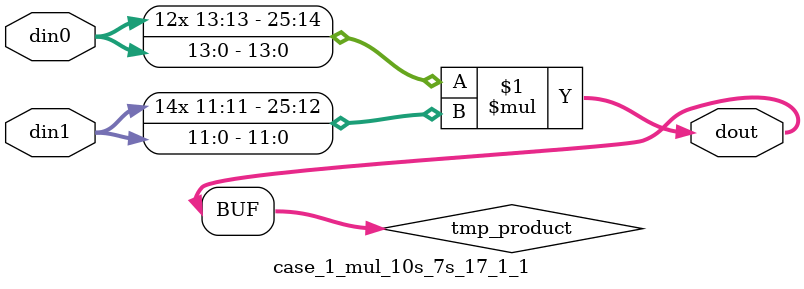
<source format=v>

`timescale 1 ns / 1 ps

 (* use_dsp = "no" *)  module case_1_mul_10s_7s_17_1_1(din0, din1, dout);
parameter ID = 1;
parameter NUM_STAGE = 0;
parameter din0_WIDTH = 14;
parameter din1_WIDTH = 12;
parameter dout_WIDTH = 26;

input [din0_WIDTH - 1 : 0] din0; 
input [din1_WIDTH - 1 : 0] din1; 
output [dout_WIDTH - 1 : 0] dout;

wire signed [dout_WIDTH - 1 : 0] tmp_product;



























assign tmp_product = $signed(din0) * $signed(din1);








assign dout = tmp_product;





















endmodule

</source>
